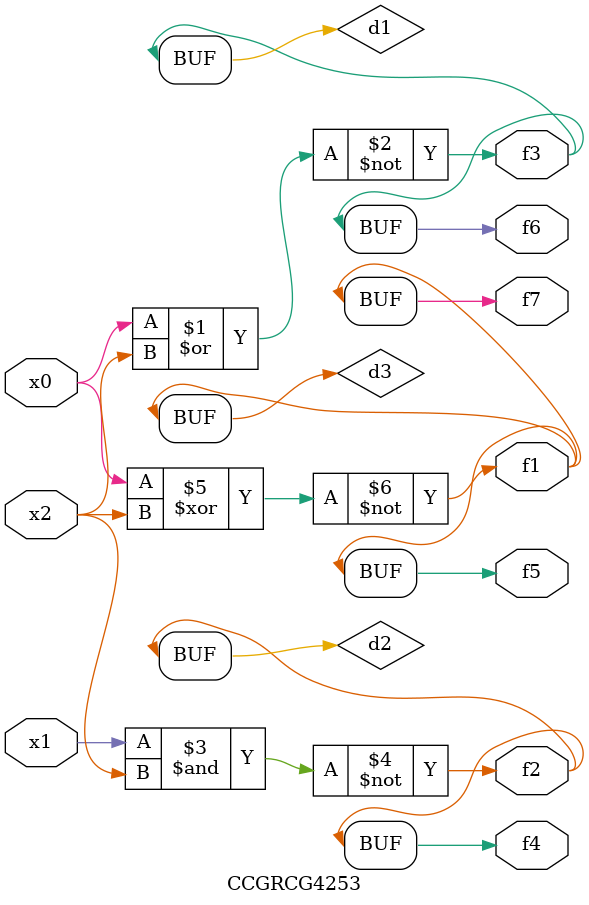
<source format=v>
module CCGRCG4253(
	input x0, x1, x2,
	output f1, f2, f3, f4, f5, f6, f7
);

	wire d1, d2, d3;

	nor (d1, x0, x2);
	nand (d2, x1, x2);
	xnor (d3, x0, x2);
	assign f1 = d3;
	assign f2 = d2;
	assign f3 = d1;
	assign f4 = d2;
	assign f5 = d3;
	assign f6 = d1;
	assign f7 = d3;
endmodule

</source>
